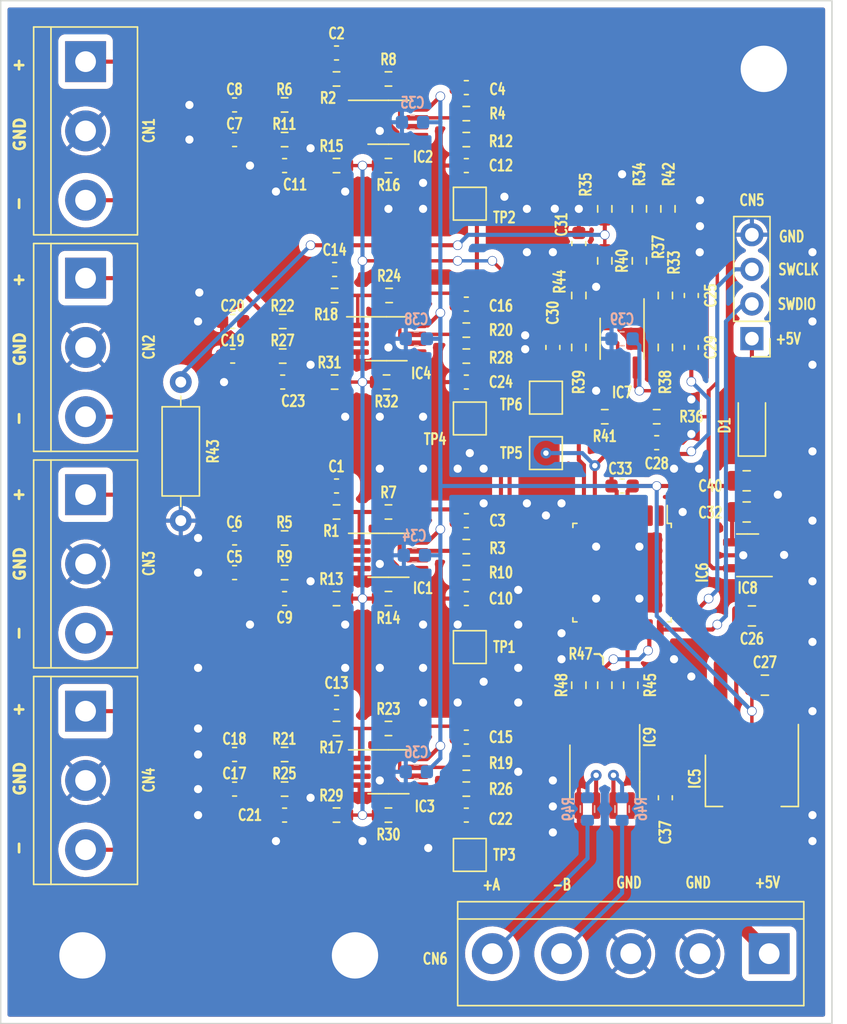
<source format=kicad_pcb>
(kicad_pcb (version 20211014) (generator pcbnew)
  (layers (0 "F.Cu" signal) (31 "B.Cu" signal) (34 "B.Paste" user) (35 "F.Paste" user) (36 "B.SilkS" user "B.Silkscreen") (37 "F.SilkS" user "F.Silkscreen") (38 "B.Mask" user) (39 "F.Mask" user) (44 "Edge.Cuts" user))
  (net 0 "")
  (net 1 "Net-(C1-Pad1)")
  (net 2 "Net-(C1-Pad2)")
  (net 3 "Net-(C2-Pad1)")
  (net 4 "Net-(C2-Pad2)")
  (net 5 "Net-(C3-Pad1)")
  (net 6 "Net-(C3-Pad2)")
  (net 7 "Net-(C4-Pad1)")
  (net 8 "Net-(C4-Pad2)")
  (net 9 "GND")
  (net 10 "Net-(C5-Pad2)")
  (net 11 "Net-(C6-Pad2)")
  (net 12 "Net-(C7-Pad2)")
  (net 13 "Net-(C8-Pad2)")
  (net 14 "Net-(C9-Pad2)")
  (net 15 "TEMP_CH03")
  (net 16 "Net-(C11-Pad2)")
  (net 17 "TEMP_CH01")
  (net 18 "Net-(C13-Pad1)")
  (net 19 "Net-(C13-Pad2)")
  (net 20 "Net-(C14-Pad1)")
  (net 21 "Net-(C14-Pad2)")
  (net 22 "Net-(C15-Pad1)")
  (net 23 "Net-(C15-Pad2)")
  (net 24 "Net-(C16-Pad1)")
  (net 25 "Net-(C16-Pad2)")
  (net 26 "Net-(C17-Pad2)")
  (net 27 "Net-(C18-Pad2)")
  (net 28 "Net-(C19-Pad2)")
  (net 29 "Net-(C20-Pad2)")
  (net 30 "Net-(C21-Pad2)")
  (net 31 "TEMP_CH04")
  (net 32 "Net-(C23-Pad2)")
  (net 33 "TEMP_CH02")
  (net 34 "Net-(C25-Pad1)")
  (net 35 "Net-(C25-Pad2)")
  (net 36 "+5V")
  (net 37 "+3V3")
  (net 38 "Net-(C28-Pad1)")
  (net 39 "TEMP_REF")
  (net 40 "VREF")
  (net 41 "Net-(C31-Pad2)")
  (net 42 "Net-(IC1-Pad5)")
  (net 43 "Net-(IC2-Pad5)")
  (net 44 "Net-(IC3-Pad5)")
  (net 45 "Net-(IC4-Pad5)")
  (net 55 "UART_TX")
  (net 57 "UART_RX")
  (net 59 "UART_DE")
  (net 60 "Net-(D1-Pad2)")
  (net 61 "SWDIO")
  (net 69 "+1V5")
  (net 70 "Net-(IC9-Pad1)")
  (net 71 "Net-(IC9-Pad2)")
  (net 72 "Net-(IC9-Pad4)")
  (net 73 "Net-(IC9-Pad6)")
  (net 74 "Net-(IC9-Pad7)")
  (net 75 "Net-(R34-Pad2)")
  (net 76 "Net-(R35-Pad2)")
  (net 77 "Net-(CN6-Pad4)")
  (net 78 "Net-(CN6-Pad5)")
  (net 79 "SWCLK")
  (net 80 "Net-(C32-Pad1)")
  (footprint "Resistor_SMD:R_0603_1608Metric" (layer "F.Cu") (at -46.495 -26.035)
    (fp_text reference "R31")
    (fp_text value "1M")
  )
  (footprint "Capacitor_SMD:C_0603_1608Metric" (layer "F.Cu") (at -46.355 -2.54)
    (fp_text reference "C13")
    (fp_text value "0.1u")
  )
  (footprint "Resistor_SMD:R_0603_1608Metric" (layer "F.Cu") (at -50.165 -14.605)
    (fp_text reference "R5")
    (fp_text value "100k")
  )
  (footprint "Resistor_SMD:R_0603_1608Metric" (layer "F.Cu") (at -28.575 -28.575 -90)
    (fp_text reference "R39")
    (fp_text value "1k")
  )
  (footprint "Resistor_SMD:R_0603_1608Metric" (layer "F.Cu") (at -42.545 5.715 180)
    (fp_text reference "R30")
    (fp_text value "2.2k")
  )
  (footprint "Package_SO:MSOP-8_3x3mm_P0.65mm" (layer "F.Cu") (at -42.545 -13.335)
    (fp_text reference "IC1")
    (fp_text value "S-89431")
  )
  (footprint "Resistor_SMD:R_0603_1608Metric" (layer "F.Cu") (at -28.575 -32.385 -90)
    (fp_text reference "R44")
    (fp_text value "820k")
  )
  (footprint "Resistor_SMD:R_0603_1608Metric" (layer "F.Cu") (at -50.305 -27.94)
    (fp_text reference "R27")
    (fp_text value "100k")
  )
  (footprint "TerminalBlock:TerminalBlock_bornier-3_P5.08mm" (layer "F.Cu") (at -64.77 -17.78 -90)
    (fp_text reference "CN3")
    (fp_text value "Conn_01x03_Male")
  )
  (footprint "Resistor_SMD:R_0603_1608Metric" (layer "F.Cu") (at -42.685 -26.035 180)
    (fp_text reference "R32")
    (fp_text value "2.2k")
  )
  (footprint "Resistor_SMD:R_0603_1608Metric" (layer "F.Cu") (at -46.355 -0.635)
    (fp_text reference "R17")
    (fp_text value "1M")
  )
  (footprint "TestPoint:TestPoint_Pad_2.0x2.0mm" (layer "F.Cu") (at -36.576 -39.116)
    (fp_text reference "TP2")
    (fp_text value "TestPoint")
  )
  (footprint "Resistor_SMD:R_0603_1608Metric" (layer "F.Cu") (at -50.305 -30.48)
    (fp_text reference "R22")
    (fp_text value "100k")
  )
  (footprint "Capacitor_SMD:C_0603_1608Metric" (layer "F.Cu") (at -36.83 -47.625 180)
    (fp_text reference "C4")
    (fp_text value "0.1u")
  )
  (footprint "Resistor_SMD:R_0603_1608Metric" (layer "F.Cu") (at -26.67 -3.81 -90)
    (fp_text reference "R47")
    (fp_text value "10")
  )
  (footprint "Resistor_SMD:R_0603_1608Metric" (layer "F.Cu") (at -42.545 -16.51)
    (fp_text reference "R7")
    (fp_text value "2.2k")
  )
  (footprint "Package_SO:MSOP-8_3x3mm_P0.65mm" (layer "F.Cu") (at -42.685 -29.21)
    (fp_text reference "IC4")
    (fp_text value "S-89431")
  )
  (footprint "Capacitor_SMD:C_0603_1608Metric" (layer "F.Cu") (at -53.835 3.81)
    (fp_text reference "C17")
    (fp_text value "0.1u")
  )
  (footprint "TestPoint:TestPoint_Pad_2.0x2.0mm" (layer "F.Cu") (at -36.576 -6.604)
    (fp_text reference "TP1")
    (fp_text value "TestPoint")
  )
  (footprint "Resistor_SMD:R_0603_1608Metric" (layer "F.Cu") (at -36.83 -29.845 180)
    (fp_text reference "R20")
    (fp_text value "10k")
  )
  (footprint "Capacitor_SMD:C_0805_2012Metric" (layer "F.Cu") (at -14.92 -3.81)
    (fp_text reference "C27")
    (fp_text value "10u")
  )
  (footprint "Resistor_SMD:R_0603_1608Metric" (layer "F.Cu") (at -46.495 -32.385)
    (fp_text reference "R18")
    (fp_text value "1M")
  )
  (footprint "Resistor_SMD:R_0603_1608Metric" (layer "F.Cu") (at -24.13 -34.925 -90)
    (fp_text reference "R37")
    (fp_text value "100k")
  )
  (footprint "Resistor_SMD:R_0603_1608Metric" (layer "F.Cu") (at -42.545 -41.91 180)
    (fp_text reference "R16")
    (fp_text value "2.2k")
  )
  (footprint "Resistor_SMD:R_0603_1608Metric" (layer "F.Cu") (at -46.355 -41.91)
    (fp_text reference "R15")
    (fp_text value "1M")
  )
  (footprint "Resistor_THT:R_Axial_DIN0207_L6.3mm_D2.5mm_P10.16mm_Horizontal" (layer "F.Cu") (at -57.785 -26.035 -90)
    (fp_text reference "R43")
    (fp_text value "1k")
  )
  (footprint "Resistor_SMD:R_0603_1608Metric" (layer "F.Cu") (at -42.495 -32.385)
    (fp_text reference "R24")
    (fp_text value "2.2k")
  )
  (footprint "TestPoint:TestPoint_Pad_2.0x2.0mm" (layer "F.Cu") (at -36.576 -23.368)
    (fp_text reference "TP4")
    (fp_text value "TestPoint")
  )
  (footprint "Capacitor_SMD:C_0603_1608Metric" (layer "F.Cu") (at -50.305 -26.035)
    (fp_text reference "C23")
    (fp_text value "0.1u")
  )
  (footprint "Capacitor_SMD:C_0603_1608Metric" (layer "F.Cu") (at -53.835 -43.815)
    (fp_text reference "C7")
    (fp_text value "0.1u")
  )
  (footprint "Package_SO:MSOP-8_3x3mm_P0.65mm" (layer "F.Cu") (at -42.545 2.54)
    (fp_text reference "IC3")
    (fp_text value "S-89431")
  )
  (footprint "Capacitor_SMD:C_0603_1608Metric" (layer "F.Cu") (at -28.575 -36.195 -90)
    (fp_text reference "C31")
    (fp_text value "0.1u")
  )
  (footprint "Capacitor_SMD:C_0805_2012Metric" (layer "F.Cu") (at -16.256 -16.51)
    (fp_text reference "C32")
    (fp_text value "0.01u")
  )
  (footprint "Capacitor_SMD:C_0603_1608Metric" (layer "F.Cu") (at -36.83 -10.16)
    (fp_text reference "C10")
    (fp_text value "0.1u")
  )
  (footprint "Resistor_SMD:R_0603_1608Metric" (layer "F.Cu") (at -36.83 3.81)
    (fp_text reference "R26")
    (fp_text value "1k")
  )
  (footprint "Resistor_SMD:R_0603_1608Metric" (layer "F.Cu") (at -46.355 5.715)
    (fp_text reference "R29")
    (fp_text value "1M")
  )
  (footprint "Resistor_SMD:R_0603_1608Metric" (layer "F.Cu") (at -36.83 -43.815)
    (fp_text reference "R12")
    (fp_text value "1k")
  )
  (footprint "Resistor_SMD:R_0603_1608Metric" (layer "F.Cu") (at -24.13 -38.735 -90)
    (fp_text reference "R34")
    (fp_text value "1k")
  )
  (footprint "Resistor_SMD:R_0603_1608Metric" (layer "F.Cu") (at -50.165 -43.815)
    (fp_text reference "R11")
    (fp_text value "100k")
  )
  (footprint "Resistor_SMD:R_0603_1608Metric" (layer "F.Cu") (at -36.83 -12.065)
    (fp_text reference "R10")
    (fp_text value "1k")
  )
  (footprint "TerminalBlock:TerminalBlock_bornier-3_P5.08mm" (layer "F.Cu") (at -64.77 -1.905 -90)
    (fp_text reference "CN4")
    (fp_text value "Conn_01x03_Male")
  )
  (footprint "Capacitor_SMD:C_0603_1608Metric" (layer "F.Cu") (at -36.83 -41.91)
    (fp_text reference "C12")
    (fp_text value "0.1u")
  )
  (footprint "Capacitor_SMD:C_0603_1608Metric" (layer "F.Cu") (at -22.225 4.445 90)
    (fp_text reference "C37")
    (fp_text value "0.1u")
  )
  (footprint "Capacitor_SMD:C_0603_1608Metric" (layer "F.Cu") (at -22.86 -21.59)
    (fp_text reference "C28")
    (fp_text value "0.1u")
  )
  (footprint "Capacitor_SMD:C_0603_1608Metric" (layer "F.Cu") (at -50.165 -10.16)
    (fp_text reference "C9")
    (fp_text value "0.1u")
  )
  (footprint "Resistor_SMD:R_0603_1608Metric" (layer "F.Cu") (at -36.83 -13.97 180)
    (fp_text reference "R3")
    (fp_text value "10k")
  )
  (footprint "Resistor_SMD:R_0603_1608Metric" (layer "F.Cu") (at -46.355 -10.16)
    (fp_text reference "R13")
    (fp_text value "1M")
  )
  (footprint "Package_QFP:LQFP-32_7x7mm_P0.8mm" (layer "F.Cu") (at -25.4 -12.065 -90)
    (fp_text reference "IC6")
    (fp_text value "STM32G070KBT6")
  )
  (footprint "Package_TO_SOT_SMD:SOT-223-3_TabPin2" (layer "F.Cu") (at -15.875 3.175 -90)
    (fp_text reference "IC5")
    (fp_text value "AMS1117-3.3")
  )
  (footprint "TestPoint:TestPoint_Pad_2.0x2.0mm" (layer "F.Cu") (at -30.988 -20.828)
    (fp_text reference "TP5")
    (fp_text value "TestPoint")
  )
  (footprint "Capacitor_SMD:C_0603_1608Metric" (layer "F.Cu") (at -53.835 -14.605)
    (fp_text reference "C6")
    (fp_text value "0.1u")
  )
  (footprint "Capacitor_SMD:C_0603_1608Metric" (layer "F.Cu") (at -53.975 -30.48)
    (fp_text reference "C20")
    (fp_text value "0.1u")
  )
  (footprint "Capacitor_SMD:C_0603_1608Metric" (layer "F.Cu") (at -46.355 -18.415)
    (fp_text reference "C1")
    (fp_text value "0.1u")
  )
  (footprint "Connector_PinHeader_2.54mm:PinHeader_1x04_P2.54mm_Vertical" (layer "F.Cu") (at -15.875 -29.22 180)
    (fp_text reference "CN5")
    (fp_text value "Conn_01x04_Male")
  )
  (footprint "Resistor_SMD:R_0603_1608Metric" (layer "F.Cu") (at -50.165 -12.065)
    (fp_text reference "R9")
    (fp_text value "100k")
  )
  (footprint "Resistor_SMD:R_0603_1608Metric" (layer "F.Cu") (at -28.575 -3.81 -90)
    (fp_text reference "R48")
    (fp_text value "10")
  )
  (footprint "Capacitor_SMD:C_0603_1608Metric" (layer "F.Cu") (at -53.835 1.27)
    (fp_text reference "C18")
    (fp_text value "0.1u")
  )
  (footprint "Resistor_SMD:R_0603_1608Metric" (layer "F.Cu") (at -50.165 -46.355)
    (fp_text reference "R6")
    (fp_text value "100k")
  )
  (footprint "Package_SO:MSOP-8_3x3mm_P0.65mm" (layer "F.Cu") (at -25.4 -29.21 -90)
    (fp_text reference "IC7")
    (fp_text value "S-89431")
  )
  (footprint "Resistor_SMD:R_0603_1608Metric" (layer "F.Cu") (at -42.545 -0.635)
    (fp_text reference "R23")
    (fp_text value "2.2k")
  )
  (footprint "Capacitor_SMD:C_0603_1608Metric" (layer "F.Cu") (at -20.32 -32.385 -90)
    (fp_text reference "C25")
    (fp_text value "0.1u")
  )
  (footprint "Capacitor_SMD:C_0603_1608Metric" (layer "F.Cu") (at -20.32 -28.575 -90)
    (fp_text reference "C29")
    (fp_text value "0.1u")
  )
  (footprint "Capacitor_SMD:C_0805_2012Metric" (layer "F.Cu") (at -15.875 -8.89 180)
    (fp_text reference "C26")
    (fp_text value "10u")
  )
  (footprint "Resistor_SMD:R_0603_1608Metric" (layer "F.Cu") (at -36.83 1.905 180)
    (fp_text reference "R19")
    (fp_text value "10k")
  )
  (footprint "Resistor_SMD:R_0603_1608Metric" (layer "F.Cu") (at -26.67 -23.495 180)
    (fp_text reference "R41")
    (fp_text value "10k")
  )
  (footprint "Resistor_SMD:R_0603_1608Metric" (layer "F.Cu") (at -26.67 -34.925 -90)
    (fp_text reference "R40")
    (fp_text value "100k")
  )
  (footprint "Diode_SMD:D_SOD-123" (layer "F.Cu") (at -15.875 -22.86 90)
    (fp_text reference "D1")
    (fp_text value "1N4148")
  )
  (footprint "Resistor_SMD:R_0603_1608Metric" (layer "F.Cu") (at -46.355 -48.26)
    (fp_text reference "R2")
    (fp_text value "1M")
  )
  (footprint "TerminalBlock:TerminalBlock_bornier-3_P5.08mm" (layer "F.Cu") (at -64.77 -33.655 -90)
    (fp_text reference "CN2")
    (fp_text value "Conn_01x03_Male")
  )
  (footprint "Capacitor_SMD:C_0603_1608Metric" (layer "F.Cu") (at -36.83 5.715)
    (fp_text reference "C22")
    (fp_text value "0.1u")
  )
  (footprint "Resistor_SMD:R_0603_1608Metric" (layer "F.Cu") (at -22.035 -38.735 90)
    (fp_text reference "R42")
    (fp_text value "1k")
  )
  (footprint "TerminalBlock:TerminalBlock_bornier-3_P5.08mm" (layer "F.Cu") (at -64.77 -49.53 -90)
    (fp_text reference "CN1")
    (fp_text value "Conn_01x03_Male")
  )
  (footprint "Capacitor_SMD:C_0603_1608Metric" (layer "F.Cu") (at -36.83 -15.875 180)
    (fp_text reference "C3")
    (fp_text value "0.1u")
  )
  (footprint "Capacitor_SMD:C_0603_1608Metric" (layer "F.Cu") (at -53.835 -46.355)
    (fp_text reference "C8")
    (fp_text value "0.1u")
  )
  (footprint "Capacitor_SMD:C_0603_1608Metric" (layer "F.Cu") (at -36.83 -31.75 180)
    (fp_text reference "C16")
    (fp_text value "0.1u")
  )
  (footprint "TestPoint:TestPoint_Pad_2.0x2.0mm" (layer "F.Cu") (at -36.576 8.636)
    (fp_text reference "TP3")
    (fp_text value "TestPoint")
  )
  (footprint "Package_TO_SOT_SMD:SOT-23-5" (layer "F.Cu") (at -16.19 -13.335 180)
    (fp_text reference "IC8")
    (fp_text value "TC2014-3.3VxCTTR")
  )
  (footprint "Resistor_SMD:R_0603_1608Metric" (layer "F.Cu") (at -22.225 -32.385 -90)
    (fp_text reference "R33")
    (fp_text value "820k")
  )
  (footprint "Resistor_SMD:R_0603_1608Metric" (layer "F.Cu") (at -36.83 -27.94)
    (fp_text reference "R28")
    (fp_text value "1k")
  )
  (footprint "Resistor_SMD:R_0603_1608Metric" (layer "F.Cu") (at -50.165 3.81)
    (fp_text reference "R25")
    (fp_text value "100k")
  )
  (footprint "Package_SO:MSOP-8_3x3mm_P0.65mm" (layer "F.Cu") (at -42.545 -45.085)
    (fp_text reference "IC2")
    (fp_text value "S-89431")
  )
  (footprint "Resistor_SMD:R_0603_1608Metric" (layer "F.Cu") (at -36.83 -45.72 180)
    (fp_text reference "R4")
    (fp_text value "10k")
  )
  (footprint "Resistor_SMD:R_0603_1608Metric" (layer "F.Cu") (at -46.355 -16.51)
    (fp_text reference "R1")
    (fp_text value "1M")
  )
  (footprint "Resistor_SMD:R_0603_1608Metric" (layer "F.Cu") (at -50.165 1.27)
    (fp_text reference "R21")
    (fp_text value "100k")
  )
  (footprint "Capacitor_SMD:C_0603_1608Metric" (layer "F.Cu") (at -36.83 0 180)
    (fp_text reference "C15")
    (fp_text value "0.1u")
  )
  (footprint "Capacitor_SMD:C_0603_1608Metric" (layer "F.Cu") (at -36.83 -26.035)
    (fp_text reference "C24")
    (fp_text value "0.1u")
  )
  (footprint "Capacitor_SMD:C_0603_1608Metric" (layer "F.Cu") (at -50.165 -41.91)
    (fp_text reference "C11")
    (fp_text value "0.1u")
  )
  (footprint "Resistor_SMD:R_0603_1608Metric" (layer "F.Cu") (at -42.545 -48.26)
    (fp_text reference "R8")
    (fp_text value "2.2k")
  )
  (footprint "Resistor_SMD:R_0603_1608Metric" (layer "F.Cu") (at -22.225 -28.575 -90)
    (fp_text reference "R38")
    (fp_text value "1k")
  )
  (footprint "Capacitor_SMD:C_0603_1608Metric" (layer "F.Cu") (at -53.835 -12.065)
    (fp_text reference "C5")
    (fp_text value "0.1u")
  )
  (footprint "Resistor_SMD:R_0603_1608Metric" (layer "F.Cu") (at -42.545 -10.16 180)
    (fp_text reference "R14")
    (fp_text value "2.2k")
  )
  (footprint "Package_SO:SOIC-8_3.9x4.9mm_P1.27mm" (layer "F.Cu") (at -26.67 2.54 -90)
    (fp_text reference "IC9")
    (fp_text value "MAX485")
  )
  (footprint "Resistor_SMD:R_0603_1608Metric" (layer "F.Cu") (at -26.67 -38.735 -90)
    (fp_text reference "R35")
    (fp_text value "1k")
  )
  (footprint "TestPoint:TestPoint_Pad_2.0x2.0mm" (layer "F.Cu") (at -30.988 -24.892)
    (fp_text reference "TP6")
    (fp_text value "TestPoint")
  )
  (footprint "Capacitor_SMD:C_0603_1608Metric" (layer "F.Cu") (at -50.165 5.715)
    (fp_text reference "C21")
    (fp_text value "0.1u")
  )
  (footprint "Capacitor_SMD:C_0603_1608Metric" (layer "F.Cu") (at -46.495 -34.29)
    (fp_text reference "C14")
    (fp_text value "0.1u")
  )
  (footprint "Capacitor_SMD:C_0603_1608Metric" (layer "F.Cu") (at -46.355 -50.165)
    (fp_text reference "C2")
    (fp_text value "0.1u")
  )
  (footprint "Capacitor_SMD:C_0603_1608Metric" (layer "F.Cu") (at -53.975 -27.94)
    (fp_text reference "C19")
    (fp_text value "0.1u")
  )
  (footprint "Capacitor_SMD:C_0805_2012Metric" (layer "F.Cu") (at -16.256 -18.796)
    (fp_text reference "C40")
    (fp_text value "10u")
  )
  (footprint "Capacitor_SMD:C_0603_1608Metric" (layer "F.Cu") (at -30.48 -28.575 -90)
    (fp_text reference "C30")
    (fp_text value "0.1u")
  )
  (footprint "Resistor_SMD:R_0603_1608Metric" (layer "F.Cu") (at -22.86 -23.495 180)
    (fp_text reference "R36")
    (fp_text value "20k")
  )
  (footprint "Capacitor_SMD:C_0603_1608Metric" (layer "F.Cu") (at -25.4 -18.415 180)
    (fp_text reference "C33")
    (fp_text value "0.1u")
  )
  (footprint "TerminalBlock:TerminalBlock_bornier-5_P5.08mm" (layer "F.Cu") (at -14.605 15.875 180)
    (fp_text reference "CN6")
    (fp_text value "Conn_01x05_Male")
  )
  (footprint "Resistor_SMD:R_0603_1608Metric" (layer "F.Cu") (at -24.765 -3.81 -90)
    (fp_text reference "R45")
    (fp_text value "10")
  )
  (footprint "Resistor_SMD:R_0603_1608Metric" (layer "B.Cu") (at -25.4 5.271 -90)
    (fp_text reference "R46")
    (fp_text value "10")
  )
  (footprint "Capacitor_SMD:C_0603_1608Metric" (layer "B.Cu") (at -40.5 2.54 180)
    (fp_text reference "C36")
    (fp_text value "0.1u")
  )
  (footprint "Capacitor_SMD:C_0603_1608Metric" (layer "B.Cu") (at -40.78 -45.085 180)
    (fp_text reference "C35")
    (fp_text value "0.1u")
  )
  (footprint "Capacitor_SMD:C_0603_1608Metric" (layer "B.Cu") (at -25.4 -29.21 180)
    (fp_text reference "C39")
    (fp_text value "0.1u")
  )
  (footprint "Capacitor_SMD:C_0603_1608Metric" (layer "B.Cu") (at -40.5 -29.21 180)
    (fp_text reference "C38")
    (fp_text value "0.1u")
  )
  (footprint "Capacitor_SMD:C_0603_1608Metric" (layer "B.Cu") (at -40.64 -13.335 180)
    (fp_text reference "C34")
    (fp_text value "0.1u")
  )
  (footprint "Resistor_SMD:R_0603_1608Metric" (layer "B.Cu") (at -27.94 5.271 -90)
    (fp_text reference "R49")
    (fp_text value "10")
  )
  (gr_line (start -26.797 -5.842) (end -26.797 -5.334) (layer "F.SilkS") (width 0.15))
  (gr_line (start -27.051 -6.096) (end -26.797 -5.842) (layer "F.SilkS") (width 0.15))
  (gr_line (start -27.432 -6.096) (end -27.051 -6.096) (layer "F.SilkS") (width 0.15))
  (gr_rect (start -71 -54) (end -10 21) (layer "Edge.Cuts") (width 0.1) (fill none))
  (gr_text "GND" (at -69.596 3.048 90) (layer "F.SilkS") (effects (font (size 0.8 0.8) (thickness 0.2))))
  (gr_text "+" (at -69.596 -2.032 270) (layer "F.SilkS") (effects (font (size 0.8 0.8) (thickness 0.2))))
  (gr_text "GND" (at -12.954 -36.703) (layer "F.SilkS") (effects (font (size 0.8 0.6))))
  (gr_text "-B" (at -29.8196 10.8204) (layer "F.SilkS") (effects (font (size 0.8 0.6))))
  (gr_text "+A" (at -35.0012 10.8204) (layer "F.SilkS") (effects (font (size 0.8 0.6))))
  (gr_text "GND" (at -69.596 -12.7 90) (layer "F.SilkS") (effects (font (size 0.8 0.8) (thickness 0.2))))
  (gr_text "+5V" (at -13.208 -29.21) (layer "F.SilkS") (effects (font (size 0.8 0.6))))
  (gr_text "SWCLK" (at -12.446 -34.29) (layer "F.SilkS") (effects (font (size 0.8 0.6))))
  (gr_text "-" (at -69.596 -23.368 270) (layer "F.SilkS") (effects (font (size 0.8 0.8) (thickness 0.2))))
  (gr_text "GND" (at -69.596 -28.448 90) (layer "F.SilkS") (effects (font (size 0.8 0.8) (thickness 0.2))))
  (gr_text "-" (at -69.596 -7.62 270) (layer "F.SilkS") (effects (font (size 0.8 0.8) (thickness 0.2))))
  (gr_text "+" (at -69.596 -33.528 270) (layer "F.SilkS") (effects (font (size 0.8 0.8) (thickness 0.2))))
  (gr_text "GND" (at -24.892 10.668) (layer "F.SilkS") (effects (font (size 0.8 0.6))))
  (gr_text "-" (at -69.596 -39.116 270) (layer "F.SilkS") (effects (font (size 0.8 0.8) (thickness 0.2))))
  (gr_text "GND" (at -69.596 -44.196 90) (layer "F.SilkS") (effects (font (size 0.8 0.8) (thickness 0.2))))
  (gr_text "SWDIO" (at -12.573 -31.75) (layer "F.SilkS") (effects (font (size 0.8 0.6))))
  (gr_text "+" (at -69.596 -49.276 270) (layer "F.SilkS") (effects (font (size 0.8 0.8) (thickness 0.2))))
  (gr_text "-" (at -69.596 8.128 270) (layer "F.SilkS") (effects (font (size 0.8 0.8) (thickness 0.2))))
  (gr_text "+5V" (at -14.736824 10.650425) (layer "F.SilkS") (effects (font (size 0.8 0.6))))
  (gr_text "GND" (at -19.812 10.668) (layer "F.SilkS") (effects (font (size 0.8 0.6))))
  (gr_text "+" (at -69.596 -17.78 270) (layer "F.SilkS") (effects (font (size 0.8 0.8) (thickness 0.2))))
  (segment (start -47.435 -16.51) (end -49.34 -14.605) (width 0.3) (layer "F.Cu") (net 1))
  (segment (start -47.13 -18.415) (end -47.13 -16.56) (width 0.3) (layer "F.Cu") (net 1))
  (segment (start -44.6575 -13.66) (end -48.395 -13.66) (width 0.3) (layer "F.Cu") (net 1))
  (segment (start -48.395 -13.66) (end -49.34 -14.605) (width 0.3) (layer "F.Cu") (net 1))
  (segment (start -47.18 -16.51) (end -47.435 -16.51) (width 0.3) (layer "F.Cu") (net 1))
  (segment (start -47.13 -16.56) (end -47.18 -16.51) (width 0.3) (layer "F.Cu") (net 1))
  (segment (start -43.37 -16.51) (end -45.53 -16.51) (width 0.3) (layer "F.Cu") (net 2))
  (segment (start -45.58 -16.56) (end -45.53 -16.51) (width 0.3) (layer "F.Cu") (net 2))
  (segment (start -44.6575 -16.51) (end -45.53 -16.51) (width 0.3) (layer "F.Cu") (net 2))
  (segment (start -45.58 -18.415) (end -45.58 -16.56) (width 0.3) (layer "F.Cu") (net 2))
  (segment (start -44.6575 -14.31) (end -44.6575 -16.51) (width 0.3) (layer "F.Cu") (net 2))
  (segment (start -47.435 -48.26) (end -49.34 -46.355) (width 0.3) (layer "F.Cu") (net 3))
  (segment (start -44.6575 -45.41) (end -48.395 -45.41) (width 0.3) (layer "F.Cu") (net 3))
  (segment (start -47.13 -48.31) (end -47.18 -48.26) (width 0.3) (layer "F.Cu") (net 3))
  (segment (start -48.395 -45.41) (end -49.34 -46.355) (width 0.3) (layer "F.Cu") (net 3))
  (segment (start -47.18 -48.26) (end -47.435 -48.26) (width 0.3) (layer "F.Cu") (net 3))
  (segment (start -47.13 -50.165) (end -47.13 -48.31) (width 0.3) (layer "F.Cu") (net 3))
  (segment (start -45.58 -48.31) (end -45.53 -48.26) (width 0.3) (layer "F.Cu") (net 4))
  (segment (start -44.45 -48.26) (end -43.37 -48.26) (width 0.25) (layer "F.Cu") (net 4))
  (segment (start -44.6575 -46.06) (end -44.6575 -48.26) (width 0.25) (layer "F.Cu") (net 4))
  (segment (start -45.58 -50.165) (end -45.58 -48.31) (width 0.3) (layer "F.Cu") (net 4))
  (segment (start -45.53 -48.26) (end -44.45 -48.26) (width 0.25) (layer "F.Cu") (net 4))
  (segment (start -44.6575 -48.26) (end -44.45 -48.26) (width 0.25) (layer "F.Cu") (net 4))
  (segment (start -41.72 -16.51) (end -41.72 -13.498604) (width 0.3) (layer "F.Cu") (net 5))
  (segment (start -36.88 -16.7) (end -36.055 -15.875) (width 0.3) (layer "F.Cu") (net 5))
  (segment (start -41.53 -16.7) (end -36.88 -16.7) (width 0.3) (layer "F.Cu") (net 5))
  (segment (start -41.72 -13.498604) (end -41.231396 -13.01) (width 0.3) (layer "F.Cu") (net 5))
  (segment (start -41.231396 -13.01) (end -40.4325 -13.01) (width 0.3) (layer "F.Cu") (net 5))
  (segment (start -36.055 -15.875) (end -36.055 -14.02) (width 0.3) (layer "F.Cu") (net 5))
  (segment (start -36.055 -14.02) (end -36.005 -13.97) (width 0.3) (layer "F.Cu") (net 5))
  (segment (start -41.72 -16.51) (end -41.53 -16.7) (width 0.3) (layer "F.Cu") (net 5))
  (segment (start -37.655 -13.97) (end -37.655 -12.065) (width 0.3) (layer "F.Cu") (net 6))
  (segment (start -37.605 -15.875) (end -37.605 -14.02) (width 0.3) (layer "F.Cu") (net 6))
  (segment (start -37.965 -13.66) (end -37.655 -13.97) (width 0.3) (layer "F.Cu") (net 6))
  (segment (start -37.605 -14.02) (end -37.655 -13.97) (width 0.3) (layer "F.Cu") (net 6))
  (segment (start -40.4325 -13.66) (end -37.965 -13.66) (width 0.3) (layer "F.Cu") (net 6))
  (segment (start -36.855 -48.425) (end -36.055 -47.625) (width 0.25) (layer "F.Cu") (net 7))
  (segment (start -36.055 -45.77) (end -36.005 -45.72) (width 0.3) (layer "F.Cu") (net 7))
  (segment (start -41.196042 -44.76) (end -40.4325 -44.76) (width 0.25) (layer "F.Cu") (net 7))
  (segment (start -41.72 -48.26) (end -41.555 -48.425) (width 0.25) (layer "F.Cu") (net 7))
  (segment (start -36.055 -47.625) (end -36.055 -45.77) (width 0.3) (layer "F.Cu") (net 7))
  (segment (start -41.72 -48.26) (end -41.72 -45.283958) (width 0.25) (layer "F.Cu") (net 7))
  (segment (start -41.555 -48.425) (end -36.855 -48.425) (width 0.25) (layer "F.Cu") (net 7))
  (segment (start -41.72 -45.283958) (end -41.196042 -44.76) (width 0.25) (layer "F.Cu") (net 7))
  (segment (start -40.4325 -45.41) (end -37.965 -45.41) (width 0.25) (layer "F.Cu") (net 8))
  (segment (start -37.605 -45.77) (end -37.655 -45.72) (width 0.3) (layer "F.Cu") (net 8))
  (segment (start -37.965 -45.41) (end -37.655 -45.72) (width 0.25) (layer "F.Cu") (net 8))
  (segment (start -37.605 -47.625) (end -37.605 -45.77) (width 0.3) (layer "F.Cu") (net 8))
  (segment (start -37.655 -45.72) (end -37.655 -43.815) (width 0.25) (layer "F.Cu") (net 8))
  (segment (start -25.8 -18.04) (end -26.175 -18.415) (width 0.3) (layer "F.Cu") (net 9))
  (segment (start -25.8 -16.24) (end -25.8 -18.04) (width 0.3) (layer "F.Cu") (net 9))
  (segment (start -22.085 -21.59) (end -20.955 -21.59) (width 0.3) (layer "F.Cu") (net 9))
  (segment (start -20.955 -21.59) (end -20.32 -22.225) (width 0.3) (layer "F.Cu") (net 9))
  (via (at -57.15 -46.355) (size 0.7) (drill 0.6) (layers "F.Cu" "B.Cu") (net 9))
  (via (at -36.576 -20.828) (size 0.7) (drill 0.6) (layers "F.Cu" "B.Cu") (net 9))
  (via (at -40.005 -19.685) (size 0.7) (drill 0.6) (layers "F.Cu" "B.Cu") (net 9))
  (via (at -40.005 -40.64) (size 0.7) (drill 0.6) (layers "F.Cu" "B.Cu") (net 9))
  (via (at -40.005 -38.735) (size 0.7) (drill 0.6) (layers "F.Cu" "B.Cu") (net 9))
  (via (at -56.515 5.715) (size 0.7) (drill 0.6) (layers "F.Cu" "B.Cu") (net 9))
  (via (at -43.18 3.175) (size 0.7) (drill 0.6) (layers "F.Cu" "B.Cu") (net 9))
  (via (at -45 16) (size 5.5) (drill 3.4) (layers "F.Cu" "B.Cu") (net 9))
  (via (at -57.15 -43.815) (size 0.7) (drill 0.6) (layers "F.Cu" "B.Cu") (net 9))
  (via (at -32.512 -29.464) (size 0.7) (drill 0.6) (layers "F.Cu" "B.Cu") (net 9))
  (via (at -56.515 -12.065) (size 0.7) (drill 0.6) (layers "F.Cu" "B.Cu") (net 9))
  (via (at -35.56 -19.685) (size 0.7) (drill 0.6) (layers "F.Cu" "B.Cu") (net 9))
  (via (at -48.26 -11.43) (size 0.7) (drill 0.6) (layers "F.Cu" "B.Cu") (net 9))
  (via (at -56.515 -14.605) (size 0.7) (drill 0.6) (layers "F.Cu" "B.Cu") (net 9))
  (via (at -40.005 -5.08) (size 0.7) (drill 0.6) (layers "F.Cu" "B.Cu") (net 9))
  (via (at -50.8 -40.005) (size 0.7) (drill 0.6) (layers "F.Cu" "B.Cu") (net 9))
  (via (at -33.02 2.54) (size 0.7) (drill 0.6) (layers "F.Cu" "B.Cu") (net 9))
  (via (at -37.465 -2.54) (size 0.7) (drill 0.6) (layers "F.Cu" "B.Cu") (net 9))
  (via (at -29.845 -7.62) (size 0.7) (drill 0.6) (layers "F.Cu" "B.Cu") (net 9))
  (via (at -35.56 -17.145) (size 0.7) (drill 0.6) (layers "F.Cu" "B.Cu") (net 9))
  (via (at -11.43 -6.985) (size 0.7) (drill 0.6) (layers "F.Cu" "B.Cu") (net 9))
  (via (at -52.705 -8.255) (size 0.7) (drill 0.6) (layers "F.Cu" "B.Cu") (net 9))
  (via (at -34.036 -39.624) (size 0.7) (drill 0.6) (layers "F.Cu" "B.Cu") (net 9))
  (via (at -37.465 -8.255) (size 0.7) (drill 0.6) (layers "F.Cu" "B.Cu") (net 9))
  (via (at -56.423966 -32.600792) (size 0.7) (drill 0.6) (layers "F.Cu" "B.Cu") (net 9))
  (via (at -20.32 -22.225) (size 0.7) (drill 0.6) (layers "F.Cu" "B.Cu") (net 9))
  (via (at -45.72 -5.08) (size 0.7) (drill 0.6) (layers "F.Cu" "B.Cu") (net 9))
  (via (at -37.465 -19.685) (size 0.7) (drill 0.6) (layers "F.Cu" "B.Cu") (net 9))
  (via (at -42.545 -28.575) (size 0.7) (drill 0.6) (layers "F.Cu" "B.Cu") (net 9))
  (via (at -11.43 -35.56) (size 0.7) (drill 0.6) (layers "F.Cu" "B.Cu") (net 9))
  (via (at -30.338641 -38.744576) (size 0.7) (drill 0.6) (layers "F.Cu" "B.Cu") (net 9))
  (via (at -11.43 -1.905) (size 0.7) (drill 0.6) (layers "F.Cu" "B.Cu") (net 9))
  (via (at -27.305 -25.4) (size 0.7) (drill 0.6) (layers "F.Cu" "B.Cu") (net 9))
  (via (at -27.305 -10.16) (size 0.7) (drill 0.6) (layers "F.Cu" "B.Cu") (net 9))
  (via (at -24.13 -13.97) (size 0.7) (drill 0.6) (layers "F.Cu" "B.Cu") (net 9))
  (via (at -30.988 -16.256) (size 0.7) (drill 0.6) (layers "F.Cu" "B.Cu") (net 9))
  (via (at -20.32 -24.765) (size 0.7) (drill 0.6) (layers "F.Cu" "B.Cu") (net 9))
  (via (at -44.45 7.62) (size 0.7) (drill 0.6) (layers "F.Cu" "B.Cu") (net 9))
  (via (at -33.02 -8.255) (size 0.7) (drill 0.6) (layers "F.Cu" "B.Cu") (net 9))
  (via (at -13.97 -17.78) (size 0.7) (drill 0.6) (layers "F.Cu" "B.Cu") (net 9))
  (via (at -40.005 -2.54) (size 0.7) (drill 0.6) (layers "F.Cu" "B.Cu") (net 9))
  (via (at -52.705 -41.91) (size 0.7) (drill 0.6) (layers "F.Cu" "B.Cu") (net 9))
  (via (at -56.515 -5.08) (size 0.7) (drill 0.6) (layers "F.Cu" "B.Cu") (net 9))
  (via (at -45.72 -23.495) (size 0.7) (drill 0.6) (layers "F.Cu" "B.Cu") (net 9))
  (via (at -11.43 -20.955) (size 0.7) (drill 0.6) (layers "F.Cu" "B.Cu") (net 9))
  (via (at -19.685 -39.37) (size 0.7) (drill 0.6) (layers "F.Cu" "B.Cu") (net 9))
  (via (at -56.515 1.27) (size 0.7) (drill 0.6) (layers "F.Cu" "B.Cu") (net 9))
  (via (at -16.51 -13.335) (size 0.7) (drill 0.6) (layers "F.Cu" "B.Cu") (net 9))
  (via (at -19.685 -37.465) (size 0.7) (drill 0.6) (layers "F.Cu" "B.Cu") (net 9))
  (via (at -65 16) (size 5.5) (drill 3.4) (layers "F.Cu" "B.Cu") (net 9))
  (via (at -43.18 -23.495) (size 0.7) (drill 0.6) (layers "F.Cu" "B.Cu") (net 9))
  (via (at -11.43 -15.875) (size 0.7) (drill 0.6) (layers "F.Cu" "B.Cu") (net 9))
  (via (at -30.48 3.175) (size 0.7) (drill 0.6) (layers "F.Cu" "B.Cu") (net 9))
  (via (at -27.305 -13.97) (size 0.7) (drill 0.6) (layers "F.Cu" "B.Cu") (net 9))
  (via (at -43.18 -44.45) (size 0.7) (drill 0.6) (layers "F.Cu" "B.Cu") (net 9))
  (via (at -11.43 -11.43) (size 0.7) (drill 0.6) (layers "F.Cu" "B.Cu") (net 9))
  (via (at -32.385 -38.735) (size 0.7) (drill 0.6) (layers "F.Cu" "B.Cu") (net 9))
  (via (at -40.005 -23.495) (size 0.7) (drill 0.6) (layers "F.Cu" "B.Cu") (net 9))
  (via (at -45.72 -8.255) (size 0.7) (drill 0.6) (layers "F.Cu" "B.Cu") (net 9))
  (via (at -28.575 -38.735) (size 0.7) (drill 0.6) (layers "F.Cu" "B.Cu") (net 9))
  (via (at -33.02 -2.54) (size 0.7) (drill 0.6) (layers "F.Cu" "B.Cu") (net 9))
  (via (at -45.72 -40.005) (size 0.7) (drill 0.6) (layers "F.Cu" "B.Cu") (net 9))
  (via (at -43.18 -12.7) (size 0.7) (drill 0.6) (layers "F.Cu" "B.Cu") (net 9))
  (via (at -32.512 -28.448) (size 0.7) (drill 0.6) (layers "F.Cu" "B.Cu") (net 9))
  (via (at -54.61 -26.035) (size 0.7) (drill 0.6) (layers "F.Cu" "B.Cu") (net 9))
  (via (at -11.43 -27.305) (size 0.7) (drill 0.6) (layers "F.Cu" "B.Cu") (net 9))
  (via (at -11.43 7.62) (size 0.7) (drill 0.6) (layers "F.Cu" "B.Cu") (net 9))
  (via (at -21.59 -19.685) (size 0.7) (drill 0.6) (layers "F.Cu" "B.Cu") (net 9))
  (via (at -11.43 -30.48) (size 0.7) (drill 0.6) (layers "F.Cu" "B.Cu") (net 9))
  (via (at -24.13 -10.16) (size 0.7) (drill 0.6) (layers "F.Cu" "B.Cu") (net 9))
  (via (at -40.005 -8.255) (size 0.7) (drill 0.6) (layers "F.Cu" "B.Cu") (net 9))
  (via (at -11.43 5.715) (size 0.7) (drill 0.6) (layers "F.Cu" "B.Cu") (net 9))
  (via (at -20.32 -4.445) (size 0.7) (drill 0.6) (layers "F.Cu" "B.Cu") (net 9))
  (via (at -35.56 -4.064) (size 0.7) (drill 0.6) (layers "F.Cu" "B.Cu") (net 9))
  (via (at -56.515 -30.48) (size 0.7) (drill 0.6) (layers "F.Cu" "B.Cu") (net 9))
  (via (at -20.955 -16.51) (size 0.7) (drill 0.6) (layers "F.Cu" "B.Cu") (net 9))
  (via (at -43.18 -5.08) (size 0.7) (drill 0.6) (layers "F.Cu" "B.Cu") (net 9))
  (via (at -27.305 -33.02) (size 0.7) (drill 0.6) (layers "F.Cu" "B.Cu") (net 9))
  (via (at -43.18 -19.685) (size 0.7) (drill 0.6) (layers "F.Cu" "B.Cu") (net 9))
  (via (at -29.845 -5.715) (size 0.7) (drill 0.6) (layers "F.Cu" "B.Cu") (net 9))
  (via (at -29.845 -17.145) (size 0.7) (drill 0.6) (layers "F.Cu" "B.Cu") (net 9))
  (via (at -48.26 -43.18) (size 0.7) (drill 0.6) (layers "F.Cu" "B.Cu") (net 9))
  (via (at -42.545 -38.735) (size 0.7) (drill 0.6) (layers "F.Cu" "B.Cu") (net 9))
  (via (at -48.26 -27.305) (size 0.7) (drill 0.6) (layers "F.Cu" "B.Cu") (net 9))
  (via (at -30.48 -35.56) (size 0.7) (drill 0.6) (layers "F.Cu" "B.Cu") (net 9))
  (via (at -33.02 -5.08) (size 0.7) (drill 0.6) (layers "F.Cu" "B.Cu") (net 9))
  (via (at -19.70211 -35.55466) (size 0.7) (drill 0.6) (layers "F.Cu" "B.Cu") (net 9))
  (via (at -30.48 5.08) (size 0.7) (drill 0.6) (layers "F.Cu" "B.Cu") (net 9))
  (via (at -39.624 8.128) (size 0.7) (drill 0.6) (layers "F.Cu" "B.Cu") (net 9))
  (via (at -56.515 3.81) (size 0.7) (drill 0.6) (layers "F.Cu" "B.Cu") (net 9))
  (via (at -25.4 -41.275) (size 0.7) (drill 0.6) (layers "F.Cu" "B.Cu") (net 9))
  (via (at -48.26 4.445) (size 0.7) (drill 0.6) (layers "F.Cu" "B.Cu") (net 9))
  (via (at -19.7495 -19.685) (size 0.7) (drill 0.6) (layers "F.Cu" "B.Cu") (net 9))
  (via (at -32.385 -35.56) (size 0.7) (drill 0.6) (layers "F.Cu" "B.Cu") (net 9))
  (via (at -56.515 -0.635) (size 0.7) (drill 0.6) (layers "F.Cu" "B.Cu") (net 9))
  (via (at -15 -49) (size 5.5) (drill 3.4) (layers "F.Cu" "B.Cu") (net 9))
  (via (at -13.5128 -13.3604) (size 0.7) (drill 0.6) (layers "F.Cu" "B.Cu") (net 9))
  (via (at -30.48 6.985) (size 0.7) (drill 0.6) (layers "F.Cu" "B.Cu") (net 9))
  (via (at -33.02 -10.795) (size 0.7) (drill 0.6) (layers "F.Cu" "B.Cu") (net 9))
  (via (at -21.59 -5.715) (size 0.7) (drill 0.6) (layers "F.Cu" "B.Cu") (net 9))
  (via (at -32.385 -17.145) (size 0.7) (drill 0.6) (layers "F.Cu" "B.Cu") (net 9))
  (via (at -50.8 7.62) (size 0.7) (drill 0.6) (layers "F.Cu" "B.Cu") (net 9))
  (segment (start -53.06 -12.065) (end -50.99 -12.065) (width 0.3) (layer "F.Cu") (net 10))
  (segment (start -64.77 -7.62) (end -55.435 -7.62) (width 0.3) (layer "F.Cu") (net 10))
  (segment (start -55.435 -7.62) (end -50.99 -12.065) (width 0.3) (layer "F.Cu") (net 10))
  (segment (start -50.99 -14.605) (end -53.06 -14.605) (width 0.3) (layer "F.Cu") (net 11))
  (segment (start -64.77 -17.78) (end -54.165 -17.78) (width 0.3) (layer "F.Cu") (net 11))
  (segment (start -54.165 -17.78) (end -50.99 -14.605) (width 0.3) (layer "F.Cu") (net 11))
  (segment (start -57.505 -39.37) (end -53.06 -43.815) (width 0.3) (layer "F.Cu") (net 12))
  (segment (start -64.77 -39.37) (end -57.505 -39.37) (width 0.3) (layer "F.Cu") (net 12))
  (segment (start -50.99 -43.815) (end -53.06 -43.815) (width 0.3) (layer "F.Cu") (net 12))
  (segment (start -54.165 -49.53) (end -50.99 -46.355) (width 0.3) (layer "F.Cu") (net 13))
  (segment (start -64.77 -49.53) (end -54.165 -49.53) (width 0.3) (layer "F.Cu") (net 13))
  (segment (start -53.06 -46.355) (end -50.99 -46.355) (width 0.3) (layer "F.Cu") (net 13))
  (segment (start -49.34 -10.21) (end -49.39 -10.16) (width 0.3) (layer "F.Cu") (net 14))
  (segment (start -49.39 -10.16) (end -47.18 -10.16) (width 0.3) (layer "F.Cu") (net 14))
  (segment (start -49.34 -12.065) (end -49.34 -10.21) (width 0.3) (layer "F.Cu") (net 14))
  (segment (start -44.6575 -13.01) (end -48.395 -13.01) (width 0.3) (layer "F.Cu") (net 14))
  (segment (start -48.395 -13.01) (end -49.34 -12.065) (width 0.3) (layer "F.Cu") (net 14))
  (segment (start -36.068 -10.147) (end -36.055 -10.16) (width 0.3) (layer "F.Cu") (net 15))
  (segment (start -31.185 -13.265) (end -32.385 -12.065) (width 0.3) (layer "F.Cu") (net 15))
  (segment (start -36.005 -10.21) (end -36.055 -10.16) (width 0.3) (layer "F.Cu") (net 15))
  (segment (start -36.576 -6.604) (end -36.068 -7.112) (width 0.3) (layer "F.Cu") (net 15))
  (segment (start -32.385 -12.065) (end -36.005 -12.065) (width 0.3) (layer "F.Cu") (net 15))
  (segment (start -36.068 -7.112) (end -36.068 -10.147) (width 0.3) (layer "F.Cu") (net 15))
  (segment (start -29.575 -13.265) (end -31.185 -13.265) (width 0.3) (layer "F.Cu") (net 15))
  (segment (start -36.005 -12.065) (end -36.005 -10.21) (width 0.3) (layer "F.Cu") (net 15))
  (segment (start -49.34 -43.815) (end -49.34 -41.96) (width 0.3) (layer "F.Cu") (net 16))
  (segment (start -48.395 -44.76) (end -49.34 -43.815) (width 0.3) (layer "F.Cu") (net 16))
  (segment (start -49.39 -41.91) (end -47.18 -41.91) (width 0.3) (layer "F.Cu") (net 16))
  (segment (start -49.34 -41.96) (end -49.39 -41.91) (width 0.3) (layer "F.Cu") (net 16))
  (segment (start -44.6575 -44.76) (end -48.395 -44.76) (width 0.3) (layer "F.Cu") (net 16))
  (segment (start -33.655 -15.875) (end -32.645 -14.865) (width 0.3) (layer "F.Cu") (net 17))
  (segment (start -36.055 -33.438224) (end -33.655 -31.038224) (width 0.3) (layer "F.Cu") (net 17))
  (segment (start -36.005 -41.96) (end -36.055 -41.91) (width 0.25) (layer "F.Cu") (net 17))
  (segment (start -36.005 -43.815) (end -36.005 -41.96) (width 0.25) (layer "F.Cu") (net 17))
  (segment (start -32.645 -14.865) (end -29.575 -14.865) (width 0.3) (layer "F.Cu") (net 17))
  (segment (start -33.655 -31.038224) (end -33.655 -15.875) (width 0.3) (layer "F.Cu") (net 17))
  (segment (start -36.055 -43.765) (end -36.055 -33.438224) (width 0.3) (layer "F.Cu") (net 17))
  (segment (start -36.005 -43.815) (end -36.055 -43.765) (width 0.3) (layer "F.Cu") (net 17))
  (segment (start -47.435 -0.635) (end -49.34 1.27) (width 0.3) (layer "F.Cu") (net 18))
  (segment (start -44.6575 2.215) (end -48.395 2.215) (width 0.3) (layer "F.Cu") (net 18))
  (segment (start -48.395 2.215) (end -49.34 1.27) (width 0.3) (layer "F.Cu") (net 18))
  (segment (start -47.13 -0.685) (end -47.18 -0.635) (width 0.3) (layer "F.Cu") (net 18))
  (segment (start -47.18 -0.635) (end -47.435 -0.635) (width 0.3) (layer "F.Cu") (net 18))
  (segment (start -47.13 -2.54) (end -47.13 -0.685) (width 0.3) (layer "F.Cu") (net 18))
  (segment (start -44.6575 1.565) (end -44.6575 -0.635) (width 0.25) (layer "F.Cu") (net 19))
  (segment (start -45.58 -0.685) (end -45.53 -0.635) (width 0.3) (layer "F.Cu") (net 19))
  (segment (start -45.58 -2.54) (end -45.58 -0.685) (width 0.3) (layer "F.Cu") (net 19))
  (segment (start -45.53 -0.635) (end -45.085 -0.635) (width 0.25) (layer "F.Cu") (net 19))
  (segment (start -45.085 -0.635) (end -43.37 -0.635) (width 0.25) (layer "F.Cu") (net 19))
  (segment (start -44.6575 -0.635) (end -45.085 -0.635) (width 0.25) (layer "F.Cu") (net 19))
  (segment (start -47.27 -34.29) (end -47.27 -32.435) (width 0.3) (layer "F.Cu") (net 20))
  (segment (start -47.575 -32.385) (end -49.48 -30.48) (width 0.3) (layer "F.Cu") (net 20))
  (segment (start -47.27 -32.435) (end -47.32 -32.385) (width 0.3) (layer "F.Cu") (net 20))
  (segment (start -47.32 -32.385) (end -47.575 -32.385) (width 0.3) (layer "F.Cu") (net 20))
  (segment (start -48.535 -29.535) (end -49.48 -30.48) (width 0.3) (layer "F.Cu") (net 20))
  (segment (start -44.7975 -29.535) (end -48.535 -29.535) (width 0.3) (layer "F.Cu") (net 20))
  (segment (start -45.72 -32.435) (end -45.67 -32.385) (width 0.3) (layer "F.Cu") (net 21))
  (segment (start -44.7975 -32.385) (end -44.59 -32.385) (width 0.25) (layer "F.Cu") (net 21))
  (segment (start -43.32 -32.385) (end -44.59 -32.385) (width 0.25) (layer "F.Cu") (net 21))
  (segment (start -45.67 -32.385) (end -43.32 -32.385) (width 0.25) (layer "F.Cu") (net 21))
  (segment (start -44.7975 -30.185) (end -44.7975 -32.385) (width 0.25) (layer "F.Cu") (net 21))
  (segment (start -44.59 -32.385) (end -45.67 -32.385) (width 0.25) (layer "F.Cu") (net 21))
  (segment (start -45.72 -34.29) (end -45.72 -32.435) (width 0.3) (layer "F.Cu") (net 21))
  (segment (start -41.72 2.341041) (end -41.196041 2.865) (width 0.25) (layer "F.Cu") (net 22))
  (segment (start -41.555 -0.8) (end -36.855 -0.8) (width 0.25) (layer "F.Cu") (net 22))
  (segment (start -36.855 -0.8) (end -36.055 0) (width 0.25) (layer "F.Cu") (net 22))
  (segment (start -41.196041 2.865) (end -40.4325 2.865) (width 0.25) (layer "F.Cu") (net 22))
  (segment (start -36.055 0) (end -36.055 1.855) (width 0.25) (layer "F.Cu") (net 22))
  (segment (start -41.72 -0.635) (end -41.555 -0.8) (width 0.25) (layer "F.Cu") (net 22))
  (segment (start -36.055 1.855) (end -36.005 1.905) (width 0.25) (layer "F.Cu") (net 22))
  (segment (start -41.72 -0.635) (end -41.72 2.341041) (width 0.25) (layer "F.Cu") (net 22))
  (segment (start -37.655 1.905) (end -37.655 3.81) (width 0.25) (layer "F.Cu") (net 23))
  (segment (start -37.655 1.905) (end -37.655 0.05) (width 0.25) (layer "F.Cu") (net 23))
  (segment (start -37.655 0.05) (end -37.605 0) (width 0.25) (layer "F.Cu") (net 23))
  (segment (start -37.965 2.215) (end -37.655 1.905) (width 0.25) (layer "F.Cu") (net 23))
  (segment (start -40.4325 2.215) (end -37.965 2.215) (width 0.25) (layer "F.Cu") (net 23))
  (segment (start -36.055 -29.895) (end -36.005 -29.845) (width 0.3) (layer "F.Cu") (net 24))
  (segment (start -36.055 -31.75) (end -36.055 -29.895) (width 0.3) (layer "F.Cu") (net 24))
  (segment (start -41.67 -32.385) (end -41.67 -30.918959) (width 0.25) (layer "F.Cu") (net 24))
  (segment (start -41.505 -32.55) (end -36.855 -32.55) (width 0.25) (layer "F.Cu") (net 24))
  (segment (start -36.855 -32.55) (end -36.055 -31.75) (width 0.25) (layer "F.Cu") (net 24))
  (segment (start -41.71 -29.258959) (end -41.336041 -28.885) (width 0.25) (layer "F.Cu") (net 24))
  (segment (start -41.67 -30.918959) (end -41.71 -30.878959) (width 0.25) (layer "F.Cu") (net 24))
  (segment (start -41.67 -32.385) (end -41.505 -32.55) (width 0.25) (layer "F.Cu") (net 24))
  (segment (start -41.71 -30.878959) (end -41.71 -29.258959) (width 0.25) (layer "F.Cu") (net 24))
  (segment (start -41.336041 -28.885) (end -40.5725 -28.885) (width 0.25) (layer "F.Cu") (net 24))
  (segment (start -37.605 -31.75) (end -37.605 -29.895) (width 0.3) (layer "F.Cu") (net 25))
  (segment (start -40.5725 -29.535) (end -37.965 -29.535) (width 0.25) (layer "F.Cu") (net 25))
  (segment (start -37.965 -29.535) (end -37.655 -29.845) (width 0.25) (layer "F.Cu") (net 25))
  (segment (start -37.605 -29.895) (end -37.655 -29.845) (width 0.3) (layer "F.Cu") (net 25))
  (segment (start -37.655 -29.845) (end -37.655 -27.94) (width 0.25) (layer "F.Cu") (net 25))
  (segment (start -64.77 8.255) (end -55.435 8.255) (width 0.3) (layer "F.Cu") (net 26))
  (segment (start -55.435 8.255) (end -50.99 3.81) (width 0.3) (layer "F.Cu") (net 26))
  (segment (start -53.06 3.81) (end -50.99 3.81) (width 0.3) (layer "F.Cu") (net 26))
  (segment (start -64.77 -1.905) (end -54.165 -1.905) (width 0.3) (layer "F.Cu") (net 27))
  (segment (start -54.165 -1.905) (end -50.99 1.27) (width 0.3) (layer "F.Cu") (net 27))
  (segment (start -53.06 1.27) (end -50.99 1.27) (width 0.3) (layer "F.Cu") (net 27))
  (segment (start -64.77 -23.495) (end -55.575 -23.495) (width 0.3) (layer "F.Cu") (net 28))
  (segment (start -53.2 -27.94) (end -51.13 -27.94) (width 0.3) (layer "F.Cu") (net 28))
  (segment (start -55.575 -23.495) (end -51.13 -27.94) (width 0.3) (layer "F.Cu") (net 28))
  (segment (start -53.2 -30.48) (end -51.13 -30.48) (width 0.3) (layer "F.Cu") (net 29))
  (segment (start -64.77 -33.655) (end -54.305 -33.655) (width 0.3) (layer "F.Cu") (net 29))
  (segment (start -54.305 -33.655) (end -51.13 -30.48) (width 0.3) (layer "F.Cu") (net 29))
  (segment (start -49.34 3.81) (end -49.34 5.665) (width 0.3) (layer "F.Cu") (net 30))
  (segment (start -44.6575 2.865) (end -48.395 2.865) (width 0.3) (layer "F.Cu") (net 30))
  (segment (start -48.395 2.865) (end -49.34 3.81) (width 0.3) (layer "F.Cu") (net 30))
  (segment (start -49.34 5.665) (end -49.39 5.715) (width 0.3) (layer "F.Cu") (net 30))
  (segment (start -49.39 5.715) (end -47.18 5.715) (width 0.3) (layer "F.Cu") (net 30))
  (segment (start -32.385 3.81) (end -36.005 3.81) (width 0.3) (layer "F.Cu") (net 31))
  (segment (start -36.005 5.665) (end -36.055 5.715) (width 0.25) (layer "F.Cu") (net 31))
  (segment (start -36.068 8.128) (end -36.068 5.728) (width 0.3) (layer "F.Cu") (net 31))
  (segment (start -31.75 -11.43) (end -31.75 3.175) (width 0.3) (layer "F.Cu") (net 31))
  (segment (start -36.576 8.636) (end -36.068 8.128) (width 0.3) (layer "F.Cu") (net 31))
  (segment (start -36.005 3.81) (end -36.005 5.665) (width 0.25) (layer "F.Cu") (net 31))
  (segment (start -29.575 -12.465) (end -30.715 -12.465) (width 0.3) (layer "F.Cu") (net 31))
  (segment (start -31.75 3.175) (end -32.385 3.81) (width 0.3) (layer "F.Cu") (net 31))
  (segment (start -30.715 -12.465) (end -31.75 -11.43) (width 0.3) (layer "F.Cu") (net 31))
  (segment (start -36.068 5.728) (end -36.055 5.715) (width 0.3) (layer "F.Cu") (net 31))
  (segment (start -49.48 -27.94) (end -49.48 -26.085) (width 0.3) (layer "F.Cu") (net 32))
  (segment (start -47.32 -26.035) (end -49.53 -26.035) (width 0.3) (layer "F.Cu") (net 32))
  (segment (start -49.48 -26.085) (end -49.53 -26.035) (width 0.3) (layer "F.Cu") (net 32))
  (segment (start -48.535 -28.885) (end -49.48 -27.94) (width 0.3) (layer "F.Cu") (net 32))
  (segment (start -44.7975 -28.885) (end -48.535 -28.885) (width 0.3) (layer "F.Cu") (net 32))
  (segment (start -36.055 -22.339) (end -34.29 -20.574) (width 0.25) (layer "F.Cu") (net 33))
  (segment (start -36.005 -27.94) (end -36.005 -26.085) (width 0.25) (layer "F.Cu") (net 33))
  (segment (start -33.115 -14.065) (end -34.29 -15.24) (width 0.3) (layer "F.Cu") (net 33))
  (segment (start -29.575 -14.065) (end -33.115 -14.065) (width 0.3) (layer "F.Cu") (net 33))
  (segment (start -36.055 -26.035) (end -36.055 -22.339) (width 0.25) (layer "F.Cu") (net 33))
  (segment (start -34.29 -15.24) (end -34.29 -20.574) (width 0.3) (layer "F.Cu") (net 33))
  (segment (start -36.005 -26.085) (end -36.055 -26.035) (width 0.25) (layer "F.Cu") (net 33))
  (segment (start -24.13 -34.1) (end -25.075 -33.155) (width 0.25) (layer "F.Cu") (net 34))
  (segment (start -25.075 -33.155) (end -25.075 -31.3225) (width 0.25) (layer "F.Cu") (net 34))
  (segment (start -23.115 -34.1) (end -22.225 -33.21) (width 0.25) (layer "F.Cu") (net 34))
  (segment (start -20.37 -33.21) (end -20.32 -33.16) (width 0.25) (layer "F.Cu") (net 34))
  (segment (start -22.225 -33.21) (end -20.37 -33.21) (width 0.25) (layer "F.Cu") (net 34))
  (segment (start -24.13 -34.1) (end -23.115 -34.1) (width 0.25) (layer "F.Cu") (net 34))
  (segment (start -24.425 -31.3225) (end -22.4625 -31.3225) (width 0.25) (layer "F.Cu") (net 35))
  (segment (start -22.225 -31.56) (end -20.37 -31.56) (width 0.25) (layer "F.Cu") (net 35))
  (segment (start -22.4625 -31.3225) (end -22.225 -31.56) (width 0.25) (layer "F.Cu") (net 35))
  (segment (start -22.225 -29.4) (end -22.225 -31.56) (width 0.25) (layer "F.Cu") (net 35))
  (segment (start -20.37 -31.56) (end -20.32 -31.61) (width 0.25) (layer "F.Cu") (net 35))
  (segment (start -22.225 5.22) (end -20.815 5.22) (width 0.25) (layer "F.Cu") (net 36))
  (segment (start -18.175 -5.32) (end -17.145 -6.35) (width 1) (layer "F.Cu") (net 36))
  (segment (start -14.925 -7.3) (end -14.925 -8.89) (width 1) (layer "F.Cu") (net 36))
  (segment (start -20.32 5.715) (end -20.32 2.17) (width 1) (layer "F.Cu") (net 36))
  (segment (start -14.605 15.875) (end -20.32 10.16) (width 1) (layer "F.Cu") (net 36))
  (segment (start -17.145 -6.35) (end -15.875 -6.35) (width 1) (layer "F.Cu") (net 36))
  (segment (start -15.875 -21.21) (end -14.86 -21.21) (width 0.3) (layer "F.Cu") (net 36))
  (segment (start -20.815 5.22) (end -20.32 5.715) (width 0.25) (layer "F.Cu") (net 36))
  (segment (start -24.56 5.22) (end -22.225 5.22) (width 0.25) (layer "F.Cu") (net 36))
  (segment (start -14.925 -8.89) (end -15.0525 -9.0175) (width 0.3) (layer "F.Cu") (net 36))
  (segment (start -14.86 -21.21) (end -12.7 -19.05) (width 0.3) (layer "F.Cu") (net 36))
  (segment (start -15.0525 -12.385) (end -13.015 -12.385) (width 0.3) (layer "F.Cu") (net 36))
  (segment (start -15.0525 -9.0175) (end -15.0525 -12.385) (width 0.3) (layer "F.Cu") (net 36))
  (segment (start -13.015 -12.385) (end -12.7 -12.7) (width 0.3) (layer "F.Cu") (net 36))
  (segment (start -12.7 -19.05) (end -12.7 -13.97) (width 0.3) (layer "F.Cu") (net 36))
  (segment (start -15.875 -6.35) (end -14.925 -7.3) (width 1) (layer "F.Cu") (net 36))
  (segment (start -12.7 -12.7) (end -12.7 -13.97) (width 0.3) (layer "F.Cu") (net 36))
  (segment (start -20.32 10.16) (end -20.32 5.715) (width 1) (layer "F.Cu") (net 36))
  (segment (start -12.7 -14.285) (end -15.0525 -14.285) (width 0.3) (layer "F.Cu") (net 36))
  (segment (start -24.765 5.015) (end -24.56 5.22) (width 0.25) (layer "F.Cu") (net 36))
  (segment (start -12.7 -13.97) (end -12.7 -14.285) (width 0.3) (layer "F.Cu") (net 36))
  (segment (start -18.175 0.025) (end -18.175 -5.32) (width 1) (layer "F.Cu") (net 36))
  (segment (start -20.32 2.17) (end -18.175 0.025) (width 1) (layer "F.Cu") (net 36))
  (segment (start -18.415 -40.005) (end -19.05 -40.64) (width 0.25) (layer "F.Cu") (net 37))
  (segment (start -18.415 -40.005) (end -18.415 -26.035) (width 0.25) (layer "F.Cu") (net 37))
  (segment (start -19.05 -23.495) (end -19.05 -25.4) (width 0.3) (layer "F.Cu") (net 37))
  (segment (start -19.685 -18.415) (end -19.05 -18.415) (width 0.3) (layer "F.Cu") (net 37))
  (segment (start -25 -16.24) (end -25 -18.04) (width 0.3) (layer "F.Cu") (net 37))
  (segment (start -17.206 -18.796) (end -17.587 -18.415) (width 0.3) (layer "F.Cu") (net 37))
  (segment (start -15.875 -3.805) (end -15.87 -3.81) (width 0.25) (layer "F.Cu") (net 37))
  (segment (start -26.6 -16.24) (end -26.6 -15.17) (width 0.3) (layer "F.Cu") (net 37))
  (segment (start -23.01875 -25.4) (end -22.035 -24.41625) (width 0.25) (layer "F.Cu") (net 37))
  (segment (start -19.05 -40.64) (end -23.05 -40.64) (width 0.25) (layer "F.Cu") (net 37))
  (segment (start -23.05 -40.64) (end -24.13 -39.56) (width 0.25) (layer "F.Cu") (net 37))
  (segment (start -25 -15.005) (end -25 -16.24) (width 0.3) (layer "F.Cu") (net 37))
  (segment (start -26.035 -14.605) (end -25.4 -14.605) (width 0.3) (layer "F.Cu") (net 37))
  (segment (start -15.875 0.025) (end -15.875 6.325) (width 0.25) (layer "F.Cu") (net 37))
  (segment (start -39.665 -14.31) (end -38.735 -15.24) (width 0.3) (layer "F.Cu") (net 37))
  (segment (start -39.665 1.565) (end -38.735 0.635) (width 0.3) (layer "F.Cu") (net 37))
  (segment (start -40.4325 -46.06) (end -39.665 -46.06) (width 0.3) (layer "F.Cu") (net 37))
  (segment (start -39.665 -30.185) (end -38.735 -31.115) (width 0.3) (layer "F.Cu") (net 37))
  (segment (start -22.035 -23.495) (end -19.05 -23.495) (width 0.25) (layer "F.Cu") (net 37))
  (segment (start -26.67 -39.56) (end -24.13 -39.56) (width 0.25) (layer "F.Cu") (net 37))
  (segment (start -19.05 -18.415) (end -19.05 -12.7) (width 0.3) (layer "F.Cu") (net 37))
  (segment (start -24.425 -25.695) (end -24.425 -27.0975) (width 0.25) (layer "F.Cu") (net 37))
  (segment (start -40.4325 -14.31) (end -39.665 -14.31) (width 0.3) (layer "F.Cu") (net 37))
  (segment (start -22.035 -24.41625) (end -22.035 -23.495) (width 0.25) (layer "F.Cu") (net 37))
  (segment (start -15.875 0.025) (end -15.875 -3.805) (width 0.25) (layer "F.Cu") (net 37))
  (segment (start -18.415 -26.035) (end -19.05 -25.4) (width 0.25) (layer "F.Cu") (net 37))
  (segment (start -40.5725 -30.185) (end -39.665 -30.185) (width 0.3) (layer "F.Cu") (net 37))
  (segment (start -26.6 -15.17) (end -26.035 -14.605) (width 0.3) (layer "F.Cu") (net 37))
  (segment (start -22.86 -18.415) (end -19.685 -18.415) (width 0.3) (layer "F.Cu") (net 37))
  (segment (start -19.05 -18.415) (end -19.05 -23.495) (width 0.3) (layer "F.Cu") (net 37))
  (segment (start -17.587 -18.415) (end -19.05 -18.415) (width 0.3) (layer "F.Cu") (net 37))
  (segment (start -18.735 -12.385) (end -17.3275 -12.385) (width 0.3) (layer "F.Cu") (net 37))
  (segment (start -25 -18.04) (end -24.625 -18.415) (width 0.3) (layer "F.Cu") (net 37))
  (segment (start -24.13 -25.4) (end -24.425 -25.695) (width 0.25) (layer "F.Cu") (net 37))
  (segment (start -19.05 -12.7) (end -18.735 -12.385) (width 0.3) (layer "F.Cu") (net 37))
  (segment (start -25.4 -14.605) (end -25 -15.005) (width 0.3) (layer "F.Cu") (net 37))
  (segment (start -24.13 -25.4) (end -23.01875 -25.4) (width 0.25) (layer "F.Cu") (net 37))
  (segment (start -39.665 -46.06) (end -38.735 -46.99) (width 0.3) (layer "F.Cu") (net 37))
  (segment (start -40.4325 1.565) (end -39.665 1.565) (width 0.3) (layer "F.Cu") (net 37))
  (segment (start -22.86 -18.415) (end -24.625 -18.415) (width 0.3) (layer "F.Cu") (net 37))
  (via (at -24.13 -25.4) (size 0.7) (drill 0.6) (layers "F.Cu" "B.Cu") (net 37))
  (via (at -38.735 -15.24) (size 0.7) (drill 0.6) (layers "F.Cu" "B.Cu") (net 37))
  (via (at -38.735 0.635) (size 0.7) (drill 0.6) (layers "F.Cu" "B.Cu") (net 37))
  (via (at -15.875 -1.905) (size 0.7) (drill 0.6) (layers "F.Cu" "B.Cu") (net 37))
  (via (at -22.86 -18.415) (size 0.7) (drill 0.6) (layers "F.Cu" "B.Cu") (net 37))
  (via (at -38.735 -46.99) (size 0.7) (drill 0.6) (layers "F.Cu" "B.Cu") (net 37))
  (via (at -38.735 -31.115) (size 0.7) (drill 0.6) (layers "F.Cu" "B.Cu") (net 37))
  (segment (start -15.875 -1.905) (end -22.86 -8.89) (width 0.3) (layer "B.Cu") (net 37))
  (segment (start -38.735 -19.685) (end -38.735 -31.351041) (width 0.3) (layer "B.Cu") (net 37))
  (segment (start -39.865 -13.335) (end -38.735 -13.335) (width 0.3) (layer "B.Cu") (net 37))
  (segment (start -39.725 2.54) (end -38.735 1.55) (width 0.3) (layer "B.Cu") (net 37))
  (segment (start -39.725 -29.21) (end -38.735 -29.21) (width 0.3) (layer "B.Cu") (net 37))
  (segment (start -38.735 -19.685) (end -38.735 -17.78) (width 0.3) (layer "B.Cu") (net 37))
  (segment (start -38.735 1.55) (end -38.735 0.635) (width 0.3) (layer "B.Cu") (net 37))
  (segment (start -38.735 -28.2575) (end -38.735 -29.21) (width 0.3) (layer "B.Cu") (net 37))
  (segment (start -38.735 -17.78) (end -38.735 -15.24) (width 0.3) (layer "B.Cu") (net 37))
  (segment (start -24.625 -29.21) (end -24.13 -28.715) (width 0.3) (layer "B.Cu") (net 37))
  (segment (start -22.86 -8.89) (end -22.86 -18.415) (width 0.3) (layer "B.Cu") (net 37))
  (segment (start -38.735 -18.415) (end -38.735 -19.685) (width 0.3) (layer "B.Cu") (net 37))
  (segment (start -38.735 -13.335) (end -38.735 0.635) (width 0.3) (layer "B.Cu") (net 37))
  (segment (start -24.13 -28.715) (end -24.13 -25.4) (width 0.3) (layer "B.Cu") (net 37))
  (segment (start -22.86 -18.415) (end -38.735 -18.415) (width 0.3) (layer "B.Cu") (net 37))
  (segment (start -38.735 -45.085) (end -38.735 -46.99) (width 0.3) (layer "B.Cu") (net 37))
  (segment (start -38.735 -15.24) (end -38.735 -13.335) (width 0.3) (layer "B.Cu") (net 37))
  (segment (start -40.005 -45.085) (end -38.735 -45.085) (width 0.3) (layer "B.Cu") (net 37))
  (segment (start -38.735 -29.21) (end -38.735 -45.085) (width 0.3) (layer "B.Cu") (net 37))
  (segment (start -23.635 -21.59) (end -23.635 -23.445) (width 0.3) (layer "F.Cu") (net 38))
  (segment (start -23.635 -23.445) (end -23.685 -23.495) (width 0.3) (layer "F.Cu") (net 38))
  (segment (start -25.845 -23.495) (end -23.685 -23.495) (width 0.25) (layer "F.Cu") (net 38))
  (segment (start -26.375 -27.0975) (end -26.375 -24.025) (width 0.25) (layer "F.Cu") (net 38))
  (segment (start -26.375 -24.025) (end -25.845 -23.495) (width 0.25) (layer "F.Cu") (net 38))
  (segment (start -20.37 -27.75) (end -20.32 -27.8) (width 0.25) (layer "F.Cu") (net 39))
  (segment (start -20.32 -26.0745) (end -20.32 -27.8) (width 0.3) (layer "F.Cu") (net 39))
  (segment (start -26.5425 -20.765) (end -27.4 -19.9075) (width 0.3) (layer "F.Cu") (net 39))
  (segment (start -20.51 -20.765) (end -26.5425 -20.765) (width 0.3) (layer "F.Cu") (net 39))
  (segment (start -27.4 -19.9075) (end -27.4 -16.24) (width 0.3) (layer "F.Cu") (net 39))
  (segment (start -20.32 -20.955) (end -20.51 -20.765) (width 0.3) (layer "F.Cu") (net 39))
  (segment (start -22.225 -27.75) (end -20.37 -27.75) (width 0.25) (layer "F.Cu") (net 39))
  (via (at -20.32 -26.0745) (size 0.7) (drill 0.6) (layers "F.Cu" "B.Cu") (net 39))
  (via (at -30.988 -20.828) (size 0.8) (drill 0.4) (layers "F.Cu" "B.Cu") (net 39))
  (via (at -27.4 -19.9075) (size 0.8) (drill 0.4) (layers "F.Cu" "B.Cu") (net 39))
  (via (at -20.32 -20.955) (size 0.7) (drill 0.6) (layers "F.Cu" "B.Cu") (net 39))
  (segment (start -19.05 -24.8045) (end -20.32 -26.0745) (width 0.3) (layer "B.Cu") (net 39))
  (segment (start -19.05 -22.225) (end -19.05 -24.8045) (width 0.3) (layer "B.Cu") (net 39))
  (segment (start -28.3205 -20.828) (end -30.988 -20.828) (width 0.3) (layer "B.Cu") (net 39))
  (segment (start -20.32 -20.955) (end -19.05 -22.225) (width 0.3) (layer "B.Cu") (net 39))
  (segment (start -27.4 -19.9075) (end -28.3205 -20.828) (width 0.3) (layer "B.Cu") (net 39))
  (segment (start -30.43 -27.75) (end -30.48 -27.8) (width 0.25) (layer "F.Cu") (net 40))
  (segment (start -28.2 -16.24) (end -28.2 -19.945) (width 0.3) (layer "F.Cu") (net 40))
  (segment (start -30.988 -27.292) (end -30.48 -27.8) (width 0.5) (layer "F.Cu") (net 40))
  (segment (start -28.2 -19.945) (end -28.575 -20.32) (width 0.3) (layer "F.Cu") (net 40))
  (segment (start -28.575 -20.32) (end -28.575 -27.75) (width 0.3) (layer "F.Cu") (net 40))
  (segment (start -30.988 -24.892) (end -30.988 -27.292) (width 0.5) (layer "F.Cu") (net 40))
  (segment (start -28.575 -27.75) (end -30.43 -27.75) (width 0.25) (layer "F.Cu") (net 40))
  (segment (start -25.725 -33.155) (end -25.725 -31.3225) (width 0.25) (layer "F.Cu") (net 41))
  (segment (start -28.575 -35.42) (end -28.575 -33.21) (width 0.3) (layer "F.Cu") (net 41))
  (segment (start -26.67 -34.1) (end -25.725 -33.155) (width 0.25) (layer "F.Cu") (net 41))
  (segment (start -27.685 -34.1) (end -28.575 -33.21) (width 0.25) (layer "F.Cu") (net 41))
  (segment (start -26.67 -34.1) (end -27.685 -34.1) (width 0.25) (layer "F.Cu") (net 41))
  (segment (start -40.64 -10.16) (end -41.72 -10.16) (width 0.3) (layer "F.Cu") (net 42))
  (segment (start -40.4325 -12.36) (end -40.4325 -10.3675) (width 0.3) (layer "F.Cu") (net 42))
  (segment (start -40.4325 -10.3675) (end -40.64 -10.16) (width 0.3) (layer "F.Cu") (net 42))
  (segment (start -40.64 -41.91) (end -40.4325 -42.1175) (width 0.25) (layer "F.Cu") (net 43))
  (segment (start -41.72 -41.91) (end -40.64 -41.91) (width 0.25) (layer "F.Cu") (net 43))
  (segment (start -40.4325 -42.1175) (end -40.4325 -44.11) (width 0.25) (layer "F.Cu") (net 43))
  (segment (start -40.4325 5.5075) (end -40.4325 3.515) (width 0.25) (layer "F.Cu") (net 44))
  (segment (start -41.72 5.715) (end -40.64 5.715) (width 0.25) (layer "F.Cu") (net 44))
  (segment (start -40.64 5.715) (end -40.4325 5.5075) (width 0.25) (layer "F.Cu") (net 44))
  (segment (start -40.78 -26.035) (end -40.5725 -26.2425) (width 0.25) (layer "F.Cu") (net 45))
  (segment (start -40.5725 -26.2425) (end -40.5725 -28.235) (width 0.25) (layer "F.Cu") (net 45))
  (segment (start -41.86 -26.035) (end -40.78 -26.035) (width 0.25) (layer "F.Cu") (net 45))
  (segment (start -26.6 -7.055) (end -26.6 -7.89) (width 0.3) (layer "F.Cu") (net 55))
  (segment (start -28.575 -4.635) (end -28.575 -5.08) (width 0.3) (layer "F.Cu") (net 55))
  (segment (start -28.575 -5.08) (end -26.6 -7.055) (width 0.3) (layer "F.Cu") (net 55))
  (segment (start -25 -4.87) (end -24.765 -4.635) (width 0.3) (layer "F.Cu") (net 57))
  (segment (start -25 -7.89) (end -25 -4.87) (width 0.3) (layer "F.Cu") (net 57))
  (segment (start -26.67 -5.08) (end -26.035 -5.715) (width 0.3) (layer "F.Cu") (net 59))
  (segment (start -26.67 -4.635) (end -26.67 -5.08) (width 0.3) (layer "F.Cu") (net 59))
  (segment (start -23.4 -7.89) (end -23.4 -6.445) (width 0.3) (layer "F.Cu") (net 59))
  (segment (start -23.4 -6.445) (end -23.495 -6.35) (width 0.3) (layer "F.Cu") (net 59))
  (via (at -23.495 -6.35) (size 0.7) (drill 0.6) (layers "F.Cu" "B.Cu") (net 59))
  (via (at -26.035 -5.715) (size 0.7) (drill 0.6) (layers "F.Cu" "B.Cu") (net 59))
  (segment (start -24.13 -5.715) (end -23.495 -6.35) (width 0.3) (layer "B.Cu") (net 59))
  (segment (start -26.035 -5.715) (end -24.13 -5.715) (width 0.3) (layer "B.Cu") (net 59))
  (segment (start -15.875 -24.51) (end -15.875 -29.22) (width 0.3) (layer "F.Cu") (net 60))
  (segment (start -18.78 -7.89) (end -22.6 -7.89) (width 0.3) (layer "F.Cu") (net 61))
  (segment (start -18.415 -8.255) (end -18.78 -7.89) (width 0.3) (layer "F.Cu") (net 61))
  (via (at -18.415 -8.255) (size 0.7) (drill 0.6) (layers "F.Cu" "B.Cu") (net 61))
  (segment (start -18.415 -8.255) (end -17.78 -8.89) (width 0.3) (layer "B.Cu") (net 61))
  (segment (start -16.5 -31.76) (end -15.875 -31.76) (width 0.3) (layer "B.Cu") (net 61))
  (segment (start -17.78 -30.48) (end -16.5 -31.76) (width 0.3) (layer "B.Cu") (net 61))
  (segment (start -17.78 -8.89) (end -17.78 -30.48) (width 0.3) (layer "B.Cu") (net 61))
  (segment (start -37.465 -34.925) (end -44.45 -34.925) (width 0.25) (layer "F.Cu") (net 69))
  (segment (start -25.725 -27.0975) (end -25.075 -27.0975) (width 0.25) (layer "F.Cu") (net 69))
  (segment (start -26.035 -29.21) (end -28.385 -29.21) (width 0.25) (layer "F.Cu") (net 69))
  (segment (start -45.53 5.715) (end -44.45 5.715) (width 0.25) (layer "F.Cu") (net 69))
  (segment (start -25.725 -28.9) (end -26.035 -29.21) (width 0.25) (layer "F.Cu") (net 69))
  (segment (start -34.925 -34.925) (end -31.56 -31.56) (width 0.25) (layer "F.Cu") (net 69))
  (segment (start -28.575 -31.56) (end -28.575 -29.4) (width 0.25) (layer "F.Cu") (net 69))
  (segment (start -31.56 -31.56) (end -28.575 -31.56) (width 0.25) (layer "F.Cu") (net 69))
  (segment (start -45.53 -10.16) (end -44.45 -10.16) (width 0.3) (layer "F.Cu") (net 69))
  (segment (start -28.385 -29.21) (end -28.575 -29.4) (width 0.25) (layer "F.Cu") (net 69))
  (segment (start -25.725 -27.0975) (end -25.725 -28.9) (width 0.25) (layer "F.Cu") (net 69))
  (segment (start -44.45 -26.035) (end -45.67 -26.035) (width 0.25) (layer "F.Cu") (net 69))
  (segment (start -45.53 -41.91) (end -43.37 -41.91) (width 0.25) (layer "F.Cu") (net 69))
  (segment (start -43.51 -26.035) (end -44.45 -26.035) (width 0.25) (layer "F.Cu") (net 69))
  (segment (start -44.45 -10.16) (end -43.37 -10.16) (width 0.3) (layer "F.Cu") (net 69))
  (segment (start -44.45 5.715) (end -43.37 5.715) (width 0.25) (layer "F.Cu") (net 69))
  (via (at -44.45 -26.035) (size 0.7) (drill 0.6) (layers "F.Cu" "B.Cu") (net 69))
  (via (at -37.465 -34.925) (size 0.7) (drill 0.6) (layers "F.Cu" "B.Cu") (net 69))
  (via (at -44.45 -34.925) (size 0.7) (drill 0.6) (layers "F.Cu" "B.Cu") (net 69))
  (via (at -34.925 -34.925) (size 0.7) (drill 0.6) (layers "F.Cu" "B.Cu") (net 69))
  (via (at -44.45 -41.91) (size 0.7) (drill 0.6) (layers "F.Cu" "B.Cu") (net 69))
  (via (at -44.45 -10.16) (size 0.7) (drill 0.6) (layers "F.Cu" "B.Cu") (net 69))
  (via (at -44.45 5.715) (size 0.7) (drill 0.6) (layers "F.Cu" "B.Cu") (net 69))
  (segment (start -44.45 -34.925) (end -44.45 -35.56) (width 0.25) (layer "B.Cu") (net 69))
  (segment (start -34.925 -34.925) (end -37.465 -34.925) (width 0.25) (layer "B.Cu") (net 69))
  (segment (start -44.45 -41.91) (end -44.45 5.715) (width 0.3) (layer "B.Cu") (net 69))
  (segment (start -24.765 0.065) (end -24.765 -2.985) (width 0.25) (layer "F.Cu") (net 70))
  (segment (start -26.035 0.065) (end -26.035 -2.35) (width 0.25) (layer "F.Cu") (net 71))
  (segment (start -27.305 0.065) (end -27.305 -2.35) (width 0.25) (layer "F.Cu") (net 71))
  (segment (start -27.305 -2.35) (end -26.67 -2.985) (width 0.25) (layer "F.Cu") (net 71))
  (segment (start -26.035 -2.35) (end -26.67 -2.985) (width 0.25) (layer "F.Cu") (net 71))
  (segment (start -28.575 0.065) (end -28.575 -2.985) (width 0.25) (layer "F.Cu") (net 72))
  (segment (start -27.305 2.794) (end -27.305 5.015) (width 0.3) (layer "F.Cu") (net 73))
  (via (at -27.305 2.794) (size 0.8) (drill 0.4) (layers "F.Cu" "B.Cu") (net 73))
  (segment (start -27.94 3.429) (end -27.305 2.794) (width 0.3) (layer "B.Cu") (net 73))
  (segment (start -27.94 4.446) (end -27.94 3.429) (width 0.3) (layer "B.Cu") (net 73))
  (segment (start -26.035 5.015) (end -26.035 2.794) (width 0.3) (layer "F.Cu") (net 74))
  (via (at -26.035 2.794) (size 0.8) (drill 0.4) (layers "F.Cu" "B.Cu") (net 74))
  (segment (start -25.4 3.429) (end -25.4 4.446) (width 0.3) (layer "B.Cu") (net 74))
  (segment (start -26.035 2.794) (end -25.4 3.429) (width 0.3) (layer "B.Cu") (net 74))
  (segment (start -24.13 -35.75) (end -24.13 -37.91) (width 0.25) (layer "F.Cu") (net 75))
  (segment (start -24.13 -37.91) (end -22.035 -37.91) (width 0.25) (layer "F.Cu") (net 75))
  (segment (start -26.67 -35.75) (end -26.67 -37.91) (width 0.25) (layer "F.Cu") (net 76))
  (segment (start -48.26 -36.068) (end -37.465 -36.068) (width 0.3) (layer "F.Cu") (net 76))
  (segment (start -26.67 -36.83) (end -26.67 -37.91) (width 0.3) (layer "F.Cu") (net 76))
  (via (at -26.67 -36.83) (size 0.7) (drill 0.6) (layers "F.Cu" "B.Cu") (net 76))
  (via (at -37.465 -36.068) (size 0.7) (drill 0.6) (layers "F.Cu" "B.Cu") (net 76))
  (via (at -48.26 -36.068) (size 0.7) (drill 0.6) (layers "F.Cu" "B.Cu") (net 76))
  (segment (start -57.785 -26.035) (end -57.785 -26.543) (width 0.3) (layer "B.Cu") (net 76))
  (segment (start -57.785 -26.543) (end -48.26 -36.068) (width 0.3) (layer "B.Cu") (net 76))
  (segment (start -36.703 -36.83) (end -26.67 -36.83) (width 0.3) (layer "B.Cu") (net 76))
  (segment (start -37.465 -36.068) (end -36.703 -36.83) (width 0.3) (layer "B.Cu") (net 76))
  (segment (start -25.4 11.43) (end -29.845 15.875) (width 0.3) (layer "B.Cu") (net 77))
  (segment (start -25.4 6.096) (end -25.4 11.43) (width 0.3) (layer "B.Cu") (net 77))
  (segment (start -27.94 6.096) (end -27.94 8.89) (width 0.3) (layer "B.Cu") (net 78))
  (segment (start -27.94 8.89) (end -34.925 15.875) (width 0.3) (layer "B.Cu") (net 78))
  (segment (start -19.945 -9.265) (end -19.05 -10.16) (width 0.3) (layer "F.Cu") (net 79))
  (segment (start -21.225 -9.265) (end -19.945 -9.265) (width 0.3) (layer "F.Cu") (net 79))
  (via (at -19.05 -10.16) (size 0.7) (drill 0.6) (layers "F.Cu" "B.Cu") (net 79))
  (segment (start -18.415 -10.795) (end -18.415 -33.02) (width 0.3) (layer "B.Cu") (net 79))
  (segment (start -18.415 -33.02) (end -17.135 -34.3) (width 0.3) (layer "B.Cu") (net 79))
  (segment (start -19.05 -10.16) (end -18.415 -10.795) (width 0.3) (layer "B.Cu") (net 79))
  (segment (start -17.135 -34.3) (end -15.875 -34.3) (width 0.3) (layer "B.Cu") (net 79))
  (segment (start -17.3275 -14.285) (end -17.3275 -16.3885) (width 0.3) (layer "F.Cu") (net 80))
  (segment (start -17.3275 -16.3885) (end -17.206 -16.51) (width 0.3) (layer "F.Cu") (net 80))
  (zone (net 9) (net_name "GND") (layers F&B.Cu) (connect_pads (clearance 0.5)) (min_thickness 0.3) (fill yes (thermal_gap 0.3) (thermal_bridge_width 0.3) (island_removal_mode 2) (island_area_min 0))
    (polygon (pts (xy -10 21) (xy -71 21) (xy -71 -54) (xy -10 -54)))
  )
)
</source>
